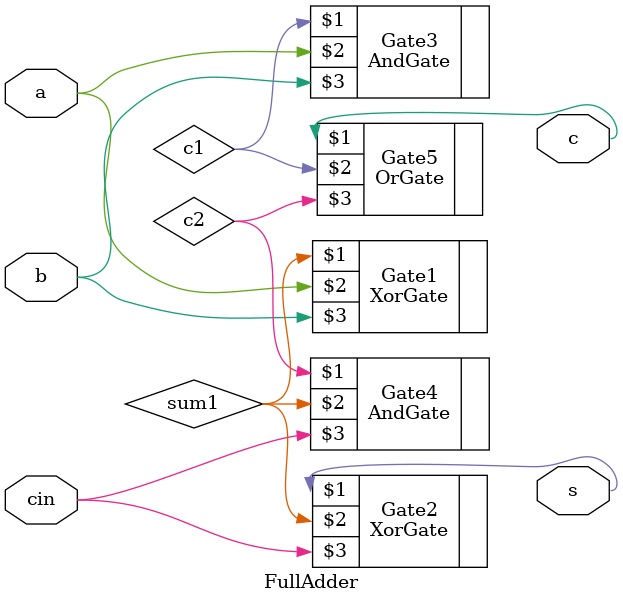
<source format=v>

module FullAdder(s, c, a, b, cin);

output s, c;
input a, b, cin;

wire sum1, c1, c2;

XorGate Gate1(sum1, a, b);
XorGate Gate2(s, sum1, cin);

AndGate Gate3(c1, a, b);
AndGate Gate4(c2, sum1, cin);
OrGate Gate5(c, c1, c2);

endmodule
</source>
